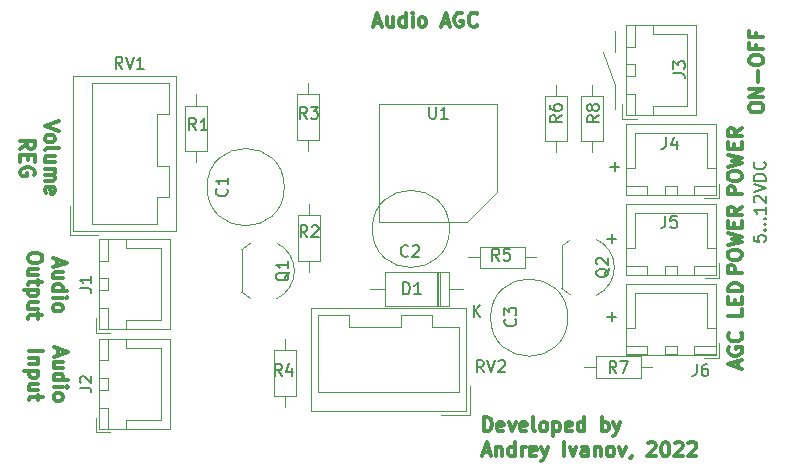
<source format=gbr>
%TF.GenerationSoftware,KiCad,Pcbnew,5.1.12*%
%TF.CreationDate,2021-12-29T22:49:18+01:00*%
%TF.ProjectId,AGC,4147432e-6b69-4636-9164-5f7063625858,rev?*%
%TF.SameCoordinates,Original*%
%TF.FileFunction,Legend,Top*%
%TF.FilePolarity,Positive*%
%FSLAX46Y46*%
G04 Gerber Fmt 4.6, Leading zero omitted, Abs format (unit mm)*
G04 Created by KiCad (PCBNEW 5.1.12) date 2021-12-29 22:49:18*
%MOMM*%
%LPD*%
G01*
G04 APERTURE LIST*
%ADD10C,0.150000*%
%ADD11C,0.300000*%
%ADD12C,0.120000*%
G04 APERTURE END LIST*
D10*
X150709380Y-106235142D02*
X150709380Y-106711333D01*
X151185571Y-106758952D01*
X151137952Y-106711333D01*
X151090333Y-106616095D01*
X151090333Y-106378000D01*
X151137952Y-106282761D01*
X151185571Y-106235142D01*
X151280809Y-106187523D01*
X151518904Y-106187523D01*
X151614142Y-106235142D01*
X151661761Y-106282761D01*
X151709380Y-106378000D01*
X151709380Y-106616095D01*
X151661761Y-106711333D01*
X151614142Y-106758952D01*
X151614142Y-105758952D02*
X151661761Y-105711333D01*
X151709380Y-105758952D01*
X151661761Y-105806571D01*
X151614142Y-105758952D01*
X151709380Y-105758952D01*
X151614142Y-105282761D02*
X151661761Y-105235142D01*
X151709380Y-105282761D01*
X151661761Y-105330380D01*
X151614142Y-105282761D01*
X151709380Y-105282761D01*
X151614142Y-104806571D02*
X151661761Y-104758952D01*
X151709380Y-104806571D01*
X151661761Y-104854190D01*
X151614142Y-104806571D01*
X151709380Y-104806571D01*
X151709380Y-103806571D02*
X151709380Y-104378000D01*
X151709380Y-104092285D02*
X150709380Y-104092285D01*
X150852238Y-104187523D01*
X150947476Y-104282761D01*
X150995095Y-104378000D01*
X150804619Y-103425619D02*
X150757000Y-103378000D01*
X150709380Y-103282761D01*
X150709380Y-103044666D01*
X150757000Y-102949428D01*
X150804619Y-102901809D01*
X150899857Y-102854190D01*
X150995095Y-102854190D01*
X151137952Y-102901809D01*
X151709380Y-103473238D01*
X151709380Y-102854190D01*
X150709380Y-102568476D02*
X151709380Y-102235142D01*
X150709380Y-101901809D01*
X151709380Y-101568476D02*
X150709380Y-101568476D01*
X150709380Y-101330380D01*
X150757000Y-101187523D01*
X150852238Y-101092285D01*
X150947476Y-101044666D01*
X151137952Y-100997047D01*
X151280809Y-100997047D01*
X151471285Y-101044666D01*
X151566523Y-101092285D01*
X151661761Y-101187523D01*
X151709380Y-101330380D01*
X151709380Y-101568476D01*
X151614142Y-99997047D02*
X151661761Y-100044666D01*
X151709380Y-100187523D01*
X151709380Y-100282761D01*
X151661761Y-100425619D01*
X151566523Y-100520857D01*
X151471285Y-100568476D01*
X151280809Y-100616095D01*
X151137952Y-100616095D01*
X150947476Y-100568476D01*
X150852238Y-100520857D01*
X150757000Y-100425619D01*
X150709380Y-100282761D01*
X150709380Y-100187523D01*
X150757000Y-100044666D01*
X150804619Y-99997047D01*
D11*
X118564571Y-88211000D02*
X119136000Y-88211000D01*
X118450285Y-88553857D02*
X118850285Y-87353857D01*
X119250285Y-88553857D01*
X120164571Y-87753857D02*
X120164571Y-88553857D01*
X119650285Y-87753857D02*
X119650285Y-88382428D01*
X119707428Y-88496714D01*
X119821714Y-88553857D01*
X119993142Y-88553857D01*
X120107428Y-88496714D01*
X120164571Y-88439571D01*
X121250285Y-88553857D02*
X121250285Y-87353857D01*
X121250285Y-88496714D02*
X121136000Y-88553857D01*
X120907428Y-88553857D01*
X120793142Y-88496714D01*
X120736000Y-88439571D01*
X120678857Y-88325285D01*
X120678857Y-87982428D01*
X120736000Y-87868142D01*
X120793142Y-87811000D01*
X120907428Y-87753857D01*
X121136000Y-87753857D01*
X121250285Y-87811000D01*
X121821714Y-88553857D02*
X121821714Y-87753857D01*
X121821714Y-87353857D02*
X121764571Y-87411000D01*
X121821714Y-87468142D01*
X121878857Y-87411000D01*
X121821714Y-87353857D01*
X121821714Y-87468142D01*
X122564571Y-88553857D02*
X122450285Y-88496714D01*
X122393142Y-88439571D01*
X122336000Y-88325285D01*
X122336000Y-87982428D01*
X122393142Y-87868142D01*
X122450285Y-87811000D01*
X122564571Y-87753857D01*
X122736000Y-87753857D01*
X122850285Y-87811000D01*
X122907428Y-87868142D01*
X122964571Y-87982428D01*
X122964571Y-88325285D01*
X122907428Y-88439571D01*
X122850285Y-88496714D01*
X122736000Y-88553857D01*
X122564571Y-88553857D01*
X124336000Y-88211000D02*
X124907428Y-88211000D01*
X124221714Y-88553857D02*
X124621714Y-87353857D01*
X125021714Y-88553857D01*
X126050285Y-87411000D02*
X125936000Y-87353857D01*
X125764571Y-87353857D01*
X125593142Y-87411000D01*
X125478857Y-87525285D01*
X125421714Y-87639571D01*
X125364571Y-87868142D01*
X125364571Y-88039571D01*
X125421714Y-88268142D01*
X125478857Y-88382428D01*
X125593142Y-88496714D01*
X125764571Y-88553857D01*
X125878857Y-88553857D01*
X126050285Y-88496714D01*
X126107428Y-88439571D01*
X126107428Y-88039571D01*
X125878857Y-88039571D01*
X127307428Y-88439571D02*
X127250285Y-88496714D01*
X127078857Y-88553857D01*
X126964571Y-88553857D01*
X126793142Y-88496714D01*
X126678857Y-88382428D01*
X126621714Y-88268142D01*
X126564571Y-88039571D01*
X126564571Y-87868142D01*
X126621714Y-87639571D01*
X126678857Y-87525285D01*
X126793142Y-87411000D01*
X126964571Y-87353857D01*
X127078857Y-87353857D01*
X127250285Y-87411000D01*
X127307428Y-87468142D01*
X127861714Y-122809857D02*
X127861714Y-121609857D01*
X128147428Y-121609857D01*
X128318857Y-121667000D01*
X128433142Y-121781285D01*
X128490285Y-121895571D01*
X128547428Y-122124142D01*
X128547428Y-122295571D01*
X128490285Y-122524142D01*
X128433142Y-122638428D01*
X128318857Y-122752714D01*
X128147428Y-122809857D01*
X127861714Y-122809857D01*
X129518857Y-122752714D02*
X129404571Y-122809857D01*
X129176000Y-122809857D01*
X129061714Y-122752714D01*
X129004571Y-122638428D01*
X129004571Y-122181285D01*
X129061714Y-122067000D01*
X129176000Y-122009857D01*
X129404571Y-122009857D01*
X129518857Y-122067000D01*
X129576000Y-122181285D01*
X129576000Y-122295571D01*
X129004571Y-122409857D01*
X129976000Y-122009857D02*
X130261714Y-122809857D01*
X130547428Y-122009857D01*
X131461714Y-122752714D02*
X131347428Y-122809857D01*
X131118857Y-122809857D01*
X131004571Y-122752714D01*
X130947428Y-122638428D01*
X130947428Y-122181285D01*
X131004571Y-122067000D01*
X131118857Y-122009857D01*
X131347428Y-122009857D01*
X131461714Y-122067000D01*
X131518857Y-122181285D01*
X131518857Y-122295571D01*
X130947428Y-122409857D01*
X132204571Y-122809857D02*
X132090285Y-122752714D01*
X132033142Y-122638428D01*
X132033142Y-121609857D01*
X132833142Y-122809857D02*
X132718857Y-122752714D01*
X132661714Y-122695571D01*
X132604571Y-122581285D01*
X132604571Y-122238428D01*
X132661714Y-122124142D01*
X132718857Y-122067000D01*
X132833142Y-122009857D01*
X133004571Y-122009857D01*
X133118857Y-122067000D01*
X133176000Y-122124142D01*
X133233142Y-122238428D01*
X133233142Y-122581285D01*
X133176000Y-122695571D01*
X133118857Y-122752714D01*
X133004571Y-122809857D01*
X132833142Y-122809857D01*
X133747428Y-122009857D02*
X133747428Y-123209857D01*
X133747428Y-122067000D02*
X133861714Y-122009857D01*
X134090285Y-122009857D01*
X134204571Y-122067000D01*
X134261714Y-122124142D01*
X134318857Y-122238428D01*
X134318857Y-122581285D01*
X134261714Y-122695571D01*
X134204571Y-122752714D01*
X134090285Y-122809857D01*
X133861714Y-122809857D01*
X133747428Y-122752714D01*
X135290285Y-122752714D02*
X135176000Y-122809857D01*
X134947428Y-122809857D01*
X134833142Y-122752714D01*
X134776000Y-122638428D01*
X134776000Y-122181285D01*
X134833142Y-122067000D01*
X134947428Y-122009857D01*
X135176000Y-122009857D01*
X135290285Y-122067000D01*
X135347428Y-122181285D01*
X135347428Y-122295571D01*
X134776000Y-122409857D01*
X136376000Y-122809857D02*
X136376000Y-121609857D01*
X136376000Y-122752714D02*
X136261714Y-122809857D01*
X136033142Y-122809857D01*
X135918857Y-122752714D01*
X135861714Y-122695571D01*
X135804571Y-122581285D01*
X135804571Y-122238428D01*
X135861714Y-122124142D01*
X135918857Y-122067000D01*
X136033142Y-122009857D01*
X136261714Y-122009857D01*
X136376000Y-122067000D01*
X137861714Y-122809857D02*
X137861714Y-121609857D01*
X137861714Y-122067000D02*
X137976000Y-122009857D01*
X138204571Y-122009857D01*
X138318857Y-122067000D01*
X138376000Y-122124142D01*
X138433142Y-122238428D01*
X138433142Y-122581285D01*
X138376000Y-122695571D01*
X138318857Y-122752714D01*
X138204571Y-122809857D01*
X137976000Y-122809857D01*
X137861714Y-122752714D01*
X138833142Y-122009857D02*
X139118857Y-122809857D01*
X139404571Y-122009857D02*
X139118857Y-122809857D01*
X139004571Y-123095571D01*
X138947428Y-123152714D01*
X138833142Y-123209857D01*
X127804571Y-124567000D02*
X128376000Y-124567000D01*
X127690285Y-124909857D02*
X128090285Y-123709857D01*
X128490285Y-124909857D01*
X128890285Y-124109857D02*
X128890285Y-124909857D01*
X128890285Y-124224142D02*
X128947428Y-124167000D01*
X129061714Y-124109857D01*
X129233142Y-124109857D01*
X129347428Y-124167000D01*
X129404571Y-124281285D01*
X129404571Y-124909857D01*
X130490285Y-124909857D02*
X130490285Y-123709857D01*
X130490285Y-124852714D02*
X130376000Y-124909857D01*
X130147428Y-124909857D01*
X130033142Y-124852714D01*
X129976000Y-124795571D01*
X129918857Y-124681285D01*
X129918857Y-124338428D01*
X129976000Y-124224142D01*
X130033142Y-124167000D01*
X130147428Y-124109857D01*
X130376000Y-124109857D01*
X130490285Y-124167000D01*
X131061714Y-124909857D02*
X131061714Y-124109857D01*
X131061714Y-124338428D02*
X131118857Y-124224142D01*
X131176000Y-124167000D01*
X131290285Y-124109857D01*
X131404571Y-124109857D01*
X132261714Y-124852714D02*
X132147428Y-124909857D01*
X131918857Y-124909857D01*
X131804571Y-124852714D01*
X131747428Y-124738428D01*
X131747428Y-124281285D01*
X131804571Y-124167000D01*
X131918857Y-124109857D01*
X132147428Y-124109857D01*
X132261714Y-124167000D01*
X132318857Y-124281285D01*
X132318857Y-124395571D01*
X131747428Y-124509857D01*
X132718857Y-124109857D02*
X133004571Y-124909857D01*
X133290285Y-124109857D02*
X133004571Y-124909857D01*
X132890285Y-125195571D01*
X132833142Y-125252714D01*
X132718857Y-125309857D01*
X134661714Y-124909857D02*
X134661714Y-123709857D01*
X135118857Y-124109857D02*
X135404571Y-124909857D01*
X135690285Y-124109857D01*
X136661714Y-124909857D02*
X136661714Y-124281285D01*
X136604571Y-124167000D01*
X136490285Y-124109857D01*
X136261714Y-124109857D01*
X136147428Y-124167000D01*
X136661714Y-124852714D02*
X136547428Y-124909857D01*
X136261714Y-124909857D01*
X136147428Y-124852714D01*
X136090285Y-124738428D01*
X136090285Y-124624142D01*
X136147428Y-124509857D01*
X136261714Y-124452714D01*
X136547428Y-124452714D01*
X136661714Y-124395571D01*
X137233142Y-124109857D02*
X137233142Y-124909857D01*
X137233142Y-124224142D02*
X137290285Y-124167000D01*
X137404571Y-124109857D01*
X137576000Y-124109857D01*
X137690285Y-124167000D01*
X137747428Y-124281285D01*
X137747428Y-124909857D01*
X138490285Y-124909857D02*
X138376000Y-124852714D01*
X138318857Y-124795571D01*
X138261714Y-124681285D01*
X138261714Y-124338428D01*
X138318857Y-124224142D01*
X138376000Y-124167000D01*
X138490285Y-124109857D01*
X138661714Y-124109857D01*
X138776000Y-124167000D01*
X138833142Y-124224142D01*
X138890285Y-124338428D01*
X138890285Y-124681285D01*
X138833142Y-124795571D01*
X138776000Y-124852714D01*
X138661714Y-124909857D01*
X138490285Y-124909857D01*
X139290285Y-124109857D02*
X139576000Y-124909857D01*
X139861714Y-124109857D01*
X140376000Y-124852714D02*
X140376000Y-124909857D01*
X140318857Y-125024142D01*
X140261714Y-125081285D01*
X141747428Y-123824142D02*
X141804571Y-123767000D01*
X141918857Y-123709857D01*
X142204571Y-123709857D01*
X142318857Y-123767000D01*
X142376000Y-123824142D01*
X142433142Y-123938428D01*
X142433142Y-124052714D01*
X142376000Y-124224142D01*
X141690285Y-124909857D01*
X142433142Y-124909857D01*
X143176000Y-123709857D02*
X143290285Y-123709857D01*
X143404571Y-123767000D01*
X143461714Y-123824142D01*
X143518857Y-123938428D01*
X143576000Y-124167000D01*
X143576000Y-124452714D01*
X143518857Y-124681285D01*
X143461714Y-124795571D01*
X143404571Y-124852714D01*
X143290285Y-124909857D01*
X143176000Y-124909857D01*
X143061714Y-124852714D01*
X143004571Y-124795571D01*
X142947428Y-124681285D01*
X142890285Y-124452714D01*
X142890285Y-124167000D01*
X142947428Y-123938428D01*
X143004571Y-123824142D01*
X143061714Y-123767000D01*
X143176000Y-123709857D01*
X144033142Y-123824142D02*
X144090285Y-123767000D01*
X144204571Y-123709857D01*
X144490285Y-123709857D01*
X144604571Y-123767000D01*
X144661714Y-123824142D01*
X144718857Y-123938428D01*
X144718857Y-124052714D01*
X144661714Y-124224142D01*
X143976000Y-124909857D01*
X144718857Y-124909857D01*
X145176000Y-123824142D02*
X145233142Y-123767000D01*
X145347428Y-123709857D01*
X145633142Y-123709857D01*
X145747428Y-123767000D01*
X145804571Y-123824142D01*
X145861714Y-123938428D01*
X145861714Y-124052714D01*
X145804571Y-124224142D01*
X145118857Y-124909857D01*
X145861714Y-124909857D01*
D12*
X138938000Y-90678000D02*
X138938000Y-88900000D01*
X138938000Y-93472000D02*
X137922000Y-90678000D01*
X138938000Y-95504000D02*
X138938000Y-93472000D01*
D10*
X138557047Y-100401428D02*
X139318952Y-100401428D01*
X138938000Y-100782380D02*
X138938000Y-100020476D01*
X138303047Y-106497428D02*
X139064952Y-106497428D01*
X138684000Y-106878380D02*
X138684000Y-106116476D01*
X138303047Y-113101428D02*
X139064952Y-113101428D01*
X138684000Y-113482380D02*
X138684000Y-112720476D01*
D11*
X150320457Y-95497257D02*
X150320457Y-95268685D01*
X150377600Y-95154400D01*
X150491885Y-95040114D01*
X150720457Y-94982971D01*
X151120457Y-94982971D01*
X151349028Y-95040114D01*
X151463314Y-95154400D01*
X151520457Y-95268685D01*
X151520457Y-95497257D01*
X151463314Y-95611542D01*
X151349028Y-95725828D01*
X151120457Y-95782971D01*
X150720457Y-95782971D01*
X150491885Y-95725828D01*
X150377600Y-95611542D01*
X150320457Y-95497257D01*
X151520457Y-94468685D02*
X150320457Y-94468685D01*
X151520457Y-93782971D01*
X150320457Y-93782971D01*
X151063314Y-93211542D02*
X151063314Y-92297257D01*
X150320457Y-91497257D02*
X150320457Y-91268685D01*
X150377600Y-91154400D01*
X150491885Y-91040114D01*
X150720457Y-90982971D01*
X151120457Y-90982971D01*
X151349028Y-91040114D01*
X151463314Y-91154400D01*
X151520457Y-91268685D01*
X151520457Y-91497257D01*
X151463314Y-91611542D01*
X151349028Y-91725828D01*
X151120457Y-91782971D01*
X150720457Y-91782971D01*
X150491885Y-91725828D01*
X150377600Y-91611542D01*
X150320457Y-91497257D01*
X150891885Y-90068685D02*
X150891885Y-90468685D01*
X151520457Y-90468685D02*
X150320457Y-90468685D01*
X150320457Y-89897257D01*
X150891885Y-89040114D02*
X150891885Y-89440114D01*
X151520457Y-89440114D02*
X150320457Y-89440114D01*
X150320457Y-88868685D01*
X149691657Y-102745828D02*
X148491657Y-102745828D01*
X148491657Y-102288685D01*
X148548800Y-102174400D01*
X148605942Y-102117257D01*
X148720228Y-102060114D01*
X148891657Y-102060114D01*
X149005942Y-102117257D01*
X149063085Y-102174400D01*
X149120228Y-102288685D01*
X149120228Y-102745828D01*
X148491657Y-101317257D02*
X148491657Y-101088685D01*
X148548800Y-100974400D01*
X148663085Y-100860114D01*
X148891657Y-100802971D01*
X149291657Y-100802971D01*
X149520228Y-100860114D01*
X149634514Y-100974400D01*
X149691657Y-101088685D01*
X149691657Y-101317257D01*
X149634514Y-101431542D01*
X149520228Y-101545828D01*
X149291657Y-101602971D01*
X148891657Y-101602971D01*
X148663085Y-101545828D01*
X148548800Y-101431542D01*
X148491657Y-101317257D01*
X148491657Y-100402971D02*
X149691657Y-100117257D01*
X148834514Y-99888685D01*
X149691657Y-99660114D01*
X148491657Y-99374400D01*
X149063085Y-98917257D02*
X149063085Y-98517257D01*
X149691657Y-98345828D02*
X149691657Y-98917257D01*
X148491657Y-98917257D01*
X148491657Y-98345828D01*
X149691657Y-97145828D02*
X149120228Y-97545828D01*
X149691657Y-97831542D02*
X148491657Y-97831542D01*
X148491657Y-97374400D01*
X148548800Y-97260114D01*
X148605942Y-97202971D01*
X148720228Y-97145828D01*
X148891657Y-97145828D01*
X149005942Y-97202971D01*
X149063085Y-97260114D01*
X149120228Y-97374400D01*
X149120228Y-97831542D01*
X149691657Y-109400628D02*
X148491657Y-109400628D01*
X148491657Y-108943485D01*
X148548800Y-108829200D01*
X148605942Y-108772057D01*
X148720228Y-108714914D01*
X148891657Y-108714914D01*
X149005942Y-108772057D01*
X149063085Y-108829200D01*
X149120228Y-108943485D01*
X149120228Y-109400628D01*
X148491657Y-107972057D02*
X148491657Y-107743485D01*
X148548800Y-107629200D01*
X148663085Y-107514914D01*
X148891657Y-107457771D01*
X149291657Y-107457771D01*
X149520228Y-107514914D01*
X149634514Y-107629200D01*
X149691657Y-107743485D01*
X149691657Y-107972057D01*
X149634514Y-108086342D01*
X149520228Y-108200628D01*
X149291657Y-108257771D01*
X148891657Y-108257771D01*
X148663085Y-108200628D01*
X148548800Y-108086342D01*
X148491657Y-107972057D01*
X148491657Y-107057771D02*
X149691657Y-106772057D01*
X148834514Y-106543485D01*
X149691657Y-106314914D01*
X148491657Y-106029200D01*
X149063085Y-105572057D02*
X149063085Y-105172057D01*
X149691657Y-105000628D02*
X149691657Y-105572057D01*
X148491657Y-105572057D01*
X148491657Y-105000628D01*
X149691657Y-103800628D02*
X149120228Y-104200628D01*
X149691657Y-104486342D02*
X148491657Y-104486342D01*
X148491657Y-104029200D01*
X148548800Y-103914914D01*
X148605942Y-103857771D01*
X148720228Y-103800628D01*
X148891657Y-103800628D01*
X149005942Y-103857771D01*
X149063085Y-103914914D01*
X149120228Y-104029200D01*
X149120228Y-104486342D01*
X149399600Y-117414228D02*
X149399600Y-116842800D01*
X149742457Y-117528514D02*
X148542457Y-117128514D01*
X149742457Y-116728514D01*
X148599600Y-115699942D02*
X148542457Y-115814228D01*
X148542457Y-115985657D01*
X148599600Y-116157085D01*
X148713885Y-116271371D01*
X148828171Y-116328514D01*
X149056742Y-116385657D01*
X149228171Y-116385657D01*
X149456742Y-116328514D01*
X149571028Y-116271371D01*
X149685314Y-116157085D01*
X149742457Y-115985657D01*
X149742457Y-115871371D01*
X149685314Y-115699942D01*
X149628171Y-115642800D01*
X149228171Y-115642800D01*
X149228171Y-115871371D01*
X149628171Y-114442800D02*
X149685314Y-114499942D01*
X149742457Y-114671371D01*
X149742457Y-114785657D01*
X149685314Y-114957085D01*
X149571028Y-115071371D01*
X149456742Y-115128514D01*
X149228171Y-115185657D01*
X149056742Y-115185657D01*
X148828171Y-115128514D01*
X148713885Y-115071371D01*
X148599600Y-114957085D01*
X148542457Y-114785657D01*
X148542457Y-114671371D01*
X148599600Y-114499942D01*
X148656742Y-114442800D01*
X149742457Y-112442800D02*
X149742457Y-113014228D01*
X148542457Y-113014228D01*
X149113885Y-112042800D02*
X149113885Y-111642800D01*
X149742457Y-111471371D02*
X149742457Y-112042800D01*
X148542457Y-112042800D01*
X148542457Y-111471371D01*
X149742457Y-110957085D02*
X148542457Y-110957085D01*
X148542457Y-110671371D01*
X148599600Y-110499942D01*
X148713885Y-110385657D01*
X148828171Y-110328514D01*
X149056742Y-110271371D01*
X149228171Y-110271371D01*
X149456742Y-110328514D01*
X149571028Y-110385657D01*
X149685314Y-110499942D01*
X149742457Y-110671371D01*
X149742457Y-110957085D01*
X91927942Y-96555314D02*
X90727942Y-96955314D01*
X91927942Y-97355314D01*
X90727942Y-97926742D02*
X90785085Y-97812457D01*
X90842228Y-97755314D01*
X90956514Y-97698171D01*
X91299371Y-97698171D01*
X91413657Y-97755314D01*
X91470800Y-97812457D01*
X91527942Y-97926742D01*
X91527942Y-98098171D01*
X91470800Y-98212457D01*
X91413657Y-98269600D01*
X91299371Y-98326742D01*
X90956514Y-98326742D01*
X90842228Y-98269600D01*
X90785085Y-98212457D01*
X90727942Y-98098171D01*
X90727942Y-97926742D01*
X90727942Y-99012457D02*
X90785085Y-98898171D01*
X90899371Y-98841028D01*
X91927942Y-98841028D01*
X91527942Y-99983885D02*
X90727942Y-99983885D01*
X91527942Y-99469600D02*
X90899371Y-99469600D01*
X90785085Y-99526742D01*
X90727942Y-99641028D01*
X90727942Y-99812457D01*
X90785085Y-99926742D01*
X90842228Y-99983885D01*
X90727942Y-100555314D02*
X91527942Y-100555314D01*
X91413657Y-100555314D02*
X91470800Y-100612457D01*
X91527942Y-100726742D01*
X91527942Y-100898171D01*
X91470800Y-101012457D01*
X91356514Y-101069600D01*
X90727942Y-101069600D01*
X91356514Y-101069600D02*
X91470800Y-101126742D01*
X91527942Y-101241028D01*
X91527942Y-101412457D01*
X91470800Y-101526742D01*
X91356514Y-101583885D01*
X90727942Y-101583885D01*
X90785085Y-102612457D02*
X90727942Y-102498171D01*
X90727942Y-102269600D01*
X90785085Y-102155314D01*
X90899371Y-102098171D01*
X91356514Y-102098171D01*
X91470800Y-102155314D01*
X91527942Y-102269600D01*
X91527942Y-102498171D01*
X91470800Y-102612457D01*
X91356514Y-102669600D01*
X91242228Y-102669600D01*
X91127942Y-102098171D01*
X88627942Y-98898171D02*
X89199371Y-98498171D01*
X88627942Y-98212457D02*
X89827942Y-98212457D01*
X89827942Y-98669600D01*
X89770800Y-98783885D01*
X89713657Y-98841028D01*
X89599371Y-98898171D01*
X89427942Y-98898171D01*
X89313657Y-98841028D01*
X89256514Y-98783885D01*
X89199371Y-98669600D01*
X89199371Y-98212457D01*
X89256514Y-99412457D02*
X89256514Y-99812457D01*
X88627942Y-99983885D02*
X88627942Y-99412457D01*
X89827942Y-99412457D01*
X89827942Y-99983885D01*
X89770800Y-101126742D02*
X89827942Y-101012457D01*
X89827942Y-100841028D01*
X89770800Y-100669600D01*
X89656514Y-100555314D01*
X89542228Y-100498171D01*
X89313657Y-100441028D01*
X89142228Y-100441028D01*
X88913657Y-100498171D01*
X88799371Y-100555314D01*
X88685085Y-100669600D01*
X88627942Y-100841028D01*
X88627942Y-100955314D01*
X88685085Y-101126742D01*
X88742228Y-101183885D01*
X89142228Y-101183885D01*
X89142228Y-100955314D01*
X91782000Y-115808400D02*
X91782000Y-116379828D01*
X91439142Y-115694114D02*
X92639142Y-116094114D01*
X91439142Y-116494114D01*
X92239142Y-117408400D02*
X91439142Y-117408400D01*
X92239142Y-116894114D02*
X91610571Y-116894114D01*
X91496285Y-116951257D01*
X91439142Y-117065542D01*
X91439142Y-117236971D01*
X91496285Y-117351257D01*
X91553428Y-117408400D01*
X91439142Y-118494114D02*
X92639142Y-118494114D01*
X91496285Y-118494114D02*
X91439142Y-118379828D01*
X91439142Y-118151257D01*
X91496285Y-118036971D01*
X91553428Y-117979828D01*
X91667714Y-117922685D01*
X92010571Y-117922685D01*
X92124857Y-117979828D01*
X92182000Y-118036971D01*
X92239142Y-118151257D01*
X92239142Y-118379828D01*
X92182000Y-118494114D01*
X91439142Y-119065542D02*
X92239142Y-119065542D01*
X92639142Y-119065542D02*
X92582000Y-119008400D01*
X92524857Y-119065542D01*
X92582000Y-119122685D01*
X92639142Y-119065542D01*
X92524857Y-119065542D01*
X91439142Y-119808400D02*
X91496285Y-119694114D01*
X91553428Y-119636971D01*
X91667714Y-119579828D01*
X92010571Y-119579828D01*
X92124857Y-119636971D01*
X92182000Y-119694114D01*
X92239142Y-119808400D01*
X92239142Y-119979828D01*
X92182000Y-120094114D01*
X92124857Y-120151257D01*
X92010571Y-120208400D01*
X91667714Y-120208400D01*
X91553428Y-120151257D01*
X91496285Y-120094114D01*
X91439142Y-119979828D01*
X91439142Y-119808400D01*
X89339142Y-116036971D02*
X90539142Y-116036971D01*
X90139142Y-116608400D02*
X89339142Y-116608400D01*
X90024857Y-116608400D02*
X90082000Y-116665542D01*
X90139142Y-116779828D01*
X90139142Y-116951257D01*
X90082000Y-117065542D01*
X89967714Y-117122685D01*
X89339142Y-117122685D01*
X90139142Y-117694114D02*
X88939142Y-117694114D01*
X90082000Y-117694114D02*
X90139142Y-117808400D01*
X90139142Y-118036971D01*
X90082000Y-118151257D01*
X90024857Y-118208400D01*
X89910571Y-118265542D01*
X89567714Y-118265542D01*
X89453428Y-118208400D01*
X89396285Y-118151257D01*
X89339142Y-118036971D01*
X89339142Y-117808400D01*
X89396285Y-117694114D01*
X90139142Y-119294114D02*
X89339142Y-119294114D01*
X90139142Y-118779828D02*
X89510571Y-118779828D01*
X89396285Y-118836971D01*
X89339142Y-118951257D01*
X89339142Y-119122685D01*
X89396285Y-119236971D01*
X89453428Y-119294114D01*
X90139142Y-119694114D02*
X90139142Y-120151257D01*
X90539142Y-119865542D02*
X89510571Y-119865542D01*
X89396285Y-119922685D01*
X89339142Y-120036971D01*
X89339142Y-120151257D01*
X91731200Y-108239200D02*
X91731200Y-108810628D01*
X91388342Y-108124914D02*
X92588342Y-108524914D01*
X91388342Y-108924914D01*
X92188342Y-109839200D02*
X91388342Y-109839200D01*
X92188342Y-109324914D02*
X91559771Y-109324914D01*
X91445485Y-109382057D01*
X91388342Y-109496342D01*
X91388342Y-109667771D01*
X91445485Y-109782057D01*
X91502628Y-109839200D01*
X91388342Y-110924914D02*
X92588342Y-110924914D01*
X91445485Y-110924914D02*
X91388342Y-110810628D01*
X91388342Y-110582057D01*
X91445485Y-110467771D01*
X91502628Y-110410628D01*
X91616914Y-110353485D01*
X91959771Y-110353485D01*
X92074057Y-110410628D01*
X92131200Y-110467771D01*
X92188342Y-110582057D01*
X92188342Y-110810628D01*
X92131200Y-110924914D01*
X91388342Y-111496342D02*
X92188342Y-111496342D01*
X92588342Y-111496342D02*
X92531200Y-111439200D01*
X92474057Y-111496342D01*
X92531200Y-111553485D01*
X92588342Y-111496342D01*
X92474057Y-111496342D01*
X91388342Y-112239200D02*
X91445485Y-112124914D01*
X91502628Y-112067771D01*
X91616914Y-112010628D01*
X91959771Y-112010628D01*
X92074057Y-112067771D01*
X92131200Y-112124914D01*
X92188342Y-112239200D01*
X92188342Y-112410628D01*
X92131200Y-112524914D01*
X92074057Y-112582057D01*
X91959771Y-112639200D01*
X91616914Y-112639200D01*
X91502628Y-112582057D01*
X91445485Y-112524914D01*
X91388342Y-112410628D01*
X91388342Y-112239200D01*
X90488342Y-108010628D02*
X90488342Y-108239200D01*
X90431200Y-108353485D01*
X90316914Y-108467771D01*
X90088342Y-108524914D01*
X89688342Y-108524914D01*
X89459771Y-108467771D01*
X89345485Y-108353485D01*
X89288342Y-108239200D01*
X89288342Y-108010628D01*
X89345485Y-107896342D01*
X89459771Y-107782057D01*
X89688342Y-107724914D01*
X90088342Y-107724914D01*
X90316914Y-107782057D01*
X90431200Y-107896342D01*
X90488342Y-108010628D01*
X90088342Y-109553485D02*
X89288342Y-109553485D01*
X90088342Y-109039200D02*
X89459771Y-109039200D01*
X89345485Y-109096342D01*
X89288342Y-109210628D01*
X89288342Y-109382057D01*
X89345485Y-109496342D01*
X89402628Y-109553485D01*
X90088342Y-109953485D02*
X90088342Y-110410628D01*
X90488342Y-110124914D02*
X89459771Y-110124914D01*
X89345485Y-110182057D01*
X89288342Y-110296342D01*
X89288342Y-110410628D01*
X90088342Y-110810628D02*
X88888342Y-110810628D01*
X90031200Y-110810628D02*
X90088342Y-110924914D01*
X90088342Y-111153485D01*
X90031200Y-111267771D01*
X89974057Y-111324914D01*
X89859771Y-111382057D01*
X89516914Y-111382057D01*
X89402628Y-111324914D01*
X89345485Y-111267771D01*
X89288342Y-111153485D01*
X89288342Y-110924914D01*
X89345485Y-110810628D01*
X90088342Y-112410628D02*
X89288342Y-112410628D01*
X90088342Y-111896342D02*
X89459771Y-111896342D01*
X89345485Y-111953485D01*
X89288342Y-112067771D01*
X89288342Y-112239200D01*
X89345485Y-112353485D01*
X89402628Y-112410628D01*
X90088342Y-112810628D02*
X90088342Y-113267771D01*
X90488342Y-112982057D02*
X89459771Y-112982057D01*
X89345485Y-113039200D01*
X89288342Y-113153485D01*
X89288342Y-113267771D01*
D12*
%TO.C,J5*%
X147793200Y-109836400D02*
X147793200Y-108586400D01*
X146543200Y-109836400D02*
X147793200Y-109836400D01*
X140643200Y-104336400D02*
X143693200Y-104336400D01*
X140643200Y-107286400D02*
X140643200Y-104336400D01*
X139893200Y-107286400D02*
X140643200Y-107286400D01*
X146743200Y-104336400D02*
X143693200Y-104336400D01*
X146743200Y-107286400D02*
X146743200Y-104336400D01*
X147493200Y-107286400D02*
X146743200Y-107286400D01*
X139893200Y-109536400D02*
X141693200Y-109536400D01*
X139893200Y-108786400D02*
X139893200Y-109536400D01*
X141693200Y-108786400D02*
X139893200Y-108786400D01*
X141693200Y-109536400D02*
X141693200Y-108786400D01*
X145693200Y-109536400D02*
X147493200Y-109536400D01*
X145693200Y-108786400D02*
X145693200Y-109536400D01*
X147493200Y-108786400D02*
X145693200Y-108786400D01*
X147493200Y-109536400D02*
X147493200Y-108786400D01*
X143193200Y-109536400D02*
X144193200Y-109536400D01*
X143193200Y-108786400D02*
X143193200Y-109536400D01*
X144193200Y-108786400D02*
X143193200Y-108786400D01*
X144193200Y-109536400D02*
X144193200Y-108786400D01*
X139883200Y-109546400D02*
X147503200Y-109546400D01*
X139883200Y-103576400D02*
X139883200Y-109546400D01*
X147503200Y-103576400D02*
X139883200Y-103576400D01*
X147503200Y-109546400D02*
X147503200Y-103576400D01*
%TO.C,J4*%
X147782400Y-103080000D02*
X147782400Y-101830000D01*
X146532400Y-103080000D02*
X147782400Y-103080000D01*
X140632400Y-97580000D02*
X143682400Y-97580000D01*
X140632400Y-100530000D02*
X140632400Y-97580000D01*
X139882400Y-100530000D02*
X140632400Y-100530000D01*
X146732400Y-97580000D02*
X143682400Y-97580000D01*
X146732400Y-100530000D02*
X146732400Y-97580000D01*
X147482400Y-100530000D02*
X146732400Y-100530000D01*
X139882400Y-102780000D02*
X141682400Y-102780000D01*
X139882400Y-102030000D02*
X139882400Y-102780000D01*
X141682400Y-102030000D02*
X139882400Y-102030000D01*
X141682400Y-102780000D02*
X141682400Y-102030000D01*
X145682400Y-102780000D02*
X147482400Y-102780000D01*
X145682400Y-102030000D02*
X145682400Y-102780000D01*
X147482400Y-102030000D02*
X145682400Y-102030000D01*
X147482400Y-102780000D02*
X147482400Y-102030000D01*
X143182400Y-102780000D02*
X144182400Y-102780000D01*
X143182400Y-102030000D02*
X143182400Y-102780000D01*
X144182400Y-102030000D02*
X143182400Y-102030000D01*
X144182400Y-102780000D02*
X144182400Y-102030000D01*
X139872400Y-102790000D02*
X147492400Y-102790000D01*
X139872400Y-96820000D02*
X139872400Y-102790000D01*
X147492400Y-96820000D02*
X139872400Y-96820000D01*
X147492400Y-102790000D02*
X147492400Y-96820000D01*
%TO.C,J6*%
X147782400Y-116592800D02*
X147782400Y-115342800D01*
X146532400Y-116592800D02*
X147782400Y-116592800D01*
X140632400Y-111092800D02*
X143682400Y-111092800D01*
X140632400Y-114042800D02*
X140632400Y-111092800D01*
X139882400Y-114042800D02*
X140632400Y-114042800D01*
X146732400Y-111092800D02*
X143682400Y-111092800D01*
X146732400Y-114042800D02*
X146732400Y-111092800D01*
X147482400Y-114042800D02*
X146732400Y-114042800D01*
X139882400Y-116292800D02*
X141682400Y-116292800D01*
X139882400Y-115542800D02*
X139882400Y-116292800D01*
X141682400Y-115542800D02*
X139882400Y-115542800D01*
X141682400Y-116292800D02*
X141682400Y-115542800D01*
X145682400Y-116292800D02*
X147482400Y-116292800D01*
X145682400Y-115542800D02*
X145682400Y-116292800D01*
X147482400Y-115542800D02*
X145682400Y-115542800D01*
X147482400Y-116292800D02*
X147482400Y-115542800D01*
X143182400Y-116292800D02*
X144182400Y-116292800D01*
X143182400Y-115542800D02*
X143182400Y-116292800D01*
X144182400Y-115542800D02*
X143182400Y-115542800D01*
X144182400Y-116292800D02*
X144182400Y-115542800D01*
X139872400Y-116302800D02*
X147492400Y-116302800D01*
X139872400Y-110332800D02*
X139872400Y-116302800D01*
X147492400Y-110332800D02*
X139872400Y-110332800D01*
X147492400Y-116302800D02*
X147492400Y-110332800D01*
%TO.C,J3*%
X139591600Y-96322000D02*
X140841600Y-96322000D01*
X139591600Y-95072000D02*
X139591600Y-96322000D01*
X145091600Y-89172000D02*
X145091600Y-92222000D01*
X142141600Y-89172000D02*
X145091600Y-89172000D01*
X142141600Y-88422000D02*
X142141600Y-89172000D01*
X145091600Y-95272000D02*
X145091600Y-92222000D01*
X142141600Y-95272000D02*
X145091600Y-95272000D01*
X142141600Y-96022000D02*
X142141600Y-95272000D01*
X139891600Y-88422000D02*
X139891600Y-90222000D01*
X140641600Y-88422000D02*
X139891600Y-88422000D01*
X140641600Y-90222000D02*
X140641600Y-88422000D01*
X139891600Y-90222000D02*
X140641600Y-90222000D01*
X139891600Y-94222000D02*
X139891600Y-96022000D01*
X140641600Y-94222000D02*
X139891600Y-94222000D01*
X140641600Y-96022000D02*
X140641600Y-94222000D01*
X139891600Y-96022000D02*
X140641600Y-96022000D01*
X139891600Y-91722000D02*
X139891600Y-92722000D01*
X140641600Y-91722000D02*
X139891600Y-91722000D01*
X140641600Y-92722000D02*
X140641600Y-91722000D01*
X139891600Y-92722000D02*
X140641600Y-92722000D01*
X139881600Y-88412000D02*
X139881600Y-96032000D01*
X145851600Y-88412000D02*
X139881600Y-88412000D01*
X145851600Y-96032000D02*
X145851600Y-88412000D01*
X139881600Y-96032000D02*
X145851600Y-96032000D01*
%TO.C,J2*%
X94989200Y-122890400D02*
X96239200Y-122890400D01*
X94989200Y-121640400D02*
X94989200Y-122890400D01*
X100489200Y-115740400D02*
X100489200Y-118790400D01*
X97539200Y-115740400D02*
X100489200Y-115740400D01*
X97539200Y-114990400D02*
X97539200Y-115740400D01*
X100489200Y-121840400D02*
X100489200Y-118790400D01*
X97539200Y-121840400D02*
X100489200Y-121840400D01*
X97539200Y-122590400D02*
X97539200Y-121840400D01*
X95289200Y-114990400D02*
X95289200Y-116790400D01*
X96039200Y-114990400D02*
X95289200Y-114990400D01*
X96039200Y-116790400D02*
X96039200Y-114990400D01*
X95289200Y-116790400D02*
X96039200Y-116790400D01*
X95289200Y-120790400D02*
X95289200Y-122590400D01*
X96039200Y-120790400D02*
X95289200Y-120790400D01*
X96039200Y-122590400D02*
X96039200Y-120790400D01*
X95289200Y-122590400D02*
X96039200Y-122590400D01*
X95289200Y-118290400D02*
X95289200Y-119290400D01*
X96039200Y-118290400D02*
X95289200Y-118290400D01*
X96039200Y-119290400D02*
X96039200Y-118290400D01*
X95289200Y-119290400D02*
X96039200Y-119290400D01*
X95279200Y-114980400D02*
X95279200Y-122600400D01*
X101249200Y-114980400D02*
X95279200Y-114980400D01*
X101249200Y-122600400D02*
X101249200Y-114980400D01*
X95279200Y-122600400D02*
X101249200Y-122600400D01*
%TO.C,J1*%
X94989200Y-114457600D02*
X96239200Y-114457600D01*
X94989200Y-113207600D02*
X94989200Y-114457600D01*
X100489200Y-107307600D02*
X100489200Y-110357600D01*
X97539200Y-107307600D02*
X100489200Y-107307600D01*
X97539200Y-106557600D02*
X97539200Y-107307600D01*
X100489200Y-113407600D02*
X100489200Y-110357600D01*
X97539200Y-113407600D02*
X100489200Y-113407600D01*
X97539200Y-114157600D02*
X97539200Y-113407600D01*
X95289200Y-106557600D02*
X95289200Y-108357600D01*
X96039200Y-106557600D02*
X95289200Y-106557600D01*
X96039200Y-108357600D02*
X96039200Y-106557600D01*
X95289200Y-108357600D02*
X96039200Y-108357600D01*
X95289200Y-112357600D02*
X95289200Y-114157600D01*
X96039200Y-112357600D02*
X95289200Y-112357600D01*
X96039200Y-114157600D02*
X96039200Y-112357600D01*
X95289200Y-114157600D02*
X96039200Y-114157600D01*
X95289200Y-109857600D02*
X95289200Y-110857600D01*
X96039200Y-109857600D02*
X95289200Y-109857600D01*
X96039200Y-110857600D02*
X96039200Y-109857600D01*
X95289200Y-110857600D02*
X96039200Y-110857600D01*
X95279200Y-106547600D02*
X95279200Y-114167600D01*
X101249200Y-106547600D02*
X95279200Y-106547600D01*
X101249200Y-114167600D02*
X101249200Y-106547600D01*
X95279200Y-114167600D02*
X101249200Y-114167600D01*
%TO.C,Q1*%
X107370000Y-107420000D02*
X107370000Y-111020000D01*
X108097205Y-106895816D02*
G75*
G03*
X107370000Y-107420000I1122795J-2324184D01*
G01*
X110318807Y-106863600D02*
G75*
G02*
X111820000Y-109220000I-1098807J-2356400D01*
G01*
X110318807Y-111576400D02*
G75*
G03*
X111820000Y-109220000I-1098807J2356400D01*
G01*
X108097205Y-111544184D02*
G75*
G02*
X107370000Y-111020000I1122795J2324184D01*
G01*
%TO.C,RV2*%
X126354000Y-121100000D02*
X126354000Y-112380000D01*
X126354000Y-112380000D02*
X113234000Y-112380000D01*
X113234000Y-112380000D02*
X113234000Y-121100000D01*
X113234000Y-121100000D02*
X126354000Y-121100000D01*
X125744000Y-119490000D02*
X125744000Y-113990000D01*
X125744000Y-113990000D02*
X123444000Y-113990000D01*
X123444000Y-113990000D02*
X123444000Y-112990000D01*
X123444000Y-112990000D02*
X120844000Y-112990000D01*
X120844000Y-112990000D02*
X120844000Y-113990000D01*
X120844000Y-113990000D02*
X116444000Y-113990000D01*
X116444000Y-113990000D02*
X116444000Y-112990000D01*
X116444000Y-112990000D02*
X113844000Y-112990000D01*
X113844000Y-112990000D02*
X113844000Y-119490000D01*
X113844000Y-119490000D02*
X125744000Y-119490000D01*
X126654000Y-118990000D02*
X126654000Y-121400000D01*
X126654000Y-121400000D02*
X124244000Y-121400000D01*
%TO.C,C3*%
X134969000Y-113177000D02*
G75*
G03*
X134969000Y-113177000I-3270000J0D01*
G01*
%TO.C,C2*%
X124956000Y-105664000D02*
G75*
G03*
X124956000Y-105664000I-3270000J0D01*
G01*
%TO.C,C1*%
X110966000Y-102128000D02*
G75*
G03*
X110966000Y-102128000I-3270000J0D01*
G01*
%TO.C,D1*%
X124894000Y-112214000D02*
X124894000Y-109274000D01*
X124894000Y-109274000D02*
X119454000Y-109274000D01*
X119454000Y-109274000D02*
X119454000Y-112214000D01*
X119454000Y-112214000D02*
X124894000Y-112214000D01*
X126114000Y-110744000D02*
X124894000Y-110744000D01*
X118234000Y-110744000D02*
X119454000Y-110744000D01*
X123994000Y-112214000D02*
X123994000Y-109274000D01*
X123874000Y-112214000D02*
X123874000Y-109274000D01*
X124114000Y-112214000D02*
X124114000Y-109274000D01*
%TO.C,R1*%
X104425000Y-95235000D02*
X102585000Y-95235000D01*
X102585000Y-95235000D02*
X102585000Y-99075000D01*
X102585000Y-99075000D02*
X104425000Y-99075000D01*
X104425000Y-99075000D02*
X104425000Y-95235000D01*
X103505000Y-94285000D02*
X103505000Y-95235000D01*
X103505000Y-100025000D02*
X103505000Y-99075000D01*
%TO.C,R2*%
X113950000Y-104506000D02*
X112110000Y-104506000D01*
X112110000Y-104506000D02*
X112110000Y-108346000D01*
X112110000Y-108346000D02*
X113950000Y-108346000D01*
X113950000Y-108346000D02*
X113950000Y-104506000D01*
X113030000Y-103556000D02*
X113030000Y-104506000D01*
X113030000Y-109296000D02*
X113030000Y-108346000D01*
%TO.C,R3*%
X113920000Y-94270000D02*
X112080000Y-94270000D01*
X112080000Y-94270000D02*
X112080000Y-98110000D01*
X112080000Y-98110000D02*
X113920000Y-98110000D01*
X113920000Y-98110000D02*
X113920000Y-94270000D01*
X113000000Y-93320000D02*
X113000000Y-94270000D01*
X113000000Y-99060000D02*
X113000000Y-98110000D01*
%TO.C,R4*%
X110998000Y-120726000D02*
X110998000Y-119776000D01*
X110998000Y-114986000D02*
X110998000Y-115936000D01*
X111918000Y-119776000D02*
X111918000Y-115936000D01*
X110078000Y-119776000D02*
X111918000Y-119776000D01*
X110078000Y-115936000D02*
X110078000Y-119776000D01*
X111918000Y-115936000D02*
X110078000Y-115936000D01*
%TO.C,R5*%
X126543000Y-108077000D02*
X127493000Y-108077000D01*
X132283000Y-108077000D02*
X131333000Y-108077000D01*
X127493000Y-108997000D02*
X131333000Y-108997000D01*
X127493000Y-107157000D02*
X127493000Y-108997000D01*
X131333000Y-107157000D02*
X127493000Y-107157000D01*
X131333000Y-108997000D02*
X131333000Y-107157000D01*
%TO.C,R6*%
X134000000Y-99180000D02*
X134000000Y-98230000D01*
X134000000Y-93440000D02*
X134000000Y-94390000D01*
X134920000Y-98230000D02*
X134920000Y-94390000D01*
X133080000Y-98230000D02*
X134920000Y-98230000D01*
X133080000Y-94390000D02*
X133080000Y-98230000D01*
X134920000Y-94390000D02*
X133080000Y-94390000D01*
%TO.C,R7*%
X137322800Y-116428000D02*
X137322800Y-118268000D01*
X137322800Y-118268000D02*
X141162800Y-118268000D01*
X141162800Y-118268000D02*
X141162800Y-116428000D01*
X141162800Y-116428000D02*
X137322800Y-116428000D01*
X136372800Y-117348000D02*
X137322800Y-117348000D01*
X142112800Y-117348000D02*
X141162800Y-117348000D01*
%TO.C,R8*%
X137000000Y-99180000D02*
X137000000Y-98230000D01*
X137000000Y-93440000D02*
X137000000Y-94390000D01*
X137920000Y-98230000D02*
X137920000Y-94390000D01*
X136080000Y-98230000D02*
X137920000Y-98230000D01*
X136080000Y-94390000D02*
X136080000Y-98230000D01*
X137920000Y-94390000D02*
X136080000Y-94390000D01*
%TO.C,RV1*%
X92806000Y-106155000D02*
X92806000Y-103745000D01*
X95216000Y-106155000D02*
X92806000Y-106155000D01*
X94716000Y-93345000D02*
X94716000Y-105245000D01*
X101216000Y-93345000D02*
X94716000Y-93345000D01*
X101216000Y-95945000D02*
X101216000Y-93345000D01*
X100216000Y-95945000D02*
X101216000Y-95945000D01*
X100216000Y-100345000D02*
X100216000Y-95945000D01*
X101216000Y-100345000D02*
X100216000Y-100345000D01*
X101216000Y-102945000D02*
X101216000Y-100345000D01*
X100216000Y-102945000D02*
X101216000Y-102945000D01*
X100216000Y-105245000D02*
X100216000Y-102945000D01*
X94716000Y-105245000D02*
X100216000Y-105245000D01*
X93106000Y-92735000D02*
X93106000Y-105855000D01*
X101826000Y-92735000D02*
X93106000Y-92735000D01*
X101826000Y-105855000D02*
X101826000Y-92735000D01*
X93106000Y-105855000D02*
X101826000Y-105855000D01*
%TO.C,U1*%
X118990000Y-95090000D02*
X118990000Y-105110000D01*
X129010000Y-95090000D02*
X118990000Y-95090000D01*
X129010000Y-102530000D02*
X129010000Y-95090000D01*
X126430000Y-105110000D02*
X129010000Y-102530000D01*
X118990000Y-105110000D02*
X126430000Y-105110000D01*
%TO.C,Q2*%
X134460000Y-107121000D02*
X134460000Y-110721000D01*
X135187205Y-111245184D02*
G75*
G02*
X134460000Y-110721000I1122795J2324184D01*
G01*
X137408807Y-111277400D02*
G75*
G03*
X138910000Y-108921000I-1098807J2356400D01*
G01*
X137408807Y-106564600D02*
G75*
G02*
X138910000Y-108921000I-1098807J-2356400D01*
G01*
X135187205Y-106596816D02*
G75*
G03*
X134460000Y-107121000I1122795J-2324184D01*
G01*
%TO.C,J5*%
D10*
X143227466Y-104557580D02*
X143227466Y-105271866D01*
X143179847Y-105414723D01*
X143084609Y-105509961D01*
X142941752Y-105557580D01*
X142846514Y-105557580D01*
X144179847Y-104557580D02*
X143703657Y-104557580D01*
X143656038Y-105033771D01*
X143703657Y-104986152D01*
X143798895Y-104938533D01*
X144036990Y-104938533D01*
X144132228Y-104986152D01*
X144179847Y-105033771D01*
X144227466Y-105129009D01*
X144227466Y-105367104D01*
X144179847Y-105462342D01*
X144132228Y-105509961D01*
X144036990Y-105557580D01*
X143798895Y-105557580D01*
X143703657Y-105509961D01*
X143656038Y-105462342D01*
%TO.C,J4*%
X143278266Y-97902780D02*
X143278266Y-98617066D01*
X143230647Y-98759923D01*
X143135409Y-98855161D01*
X142992552Y-98902780D01*
X142897314Y-98902780D01*
X144183028Y-98236114D02*
X144183028Y-98902780D01*
X143944933Y-97855161D02*
X143706838Y-98569447D01*
X144325885Y-98569447D01*
%TO.C,J6*%
X145869066Y-117105180D02*
X145869066Y-117819466D01*
X145821447Y-117962323D01*
X145726209Y-118057561D01*
X145583352Y-118105180D01*
X145488114Y-118105180D01*
X146773828Y-117105180D02*
X146583352Y-117105180D01*
X146488114Y-117152800D01*
X146440495Y-117200419D01*
X146345257Y-117343276D01*
X146297638Y-117533752D01*
X146297638Y-117914704D01*
X146345257Y-118009942D01*
X146392876Y-118057561D01*
X146488114Y-118105180D01*
X146678590Y-118105180D01*
X146773828Y-118057561D01*
X146821447Y-118009942D01*
X146869066Y-117914704D01*
X146869066Y-117676609D01*
X146821447Y-117581371D01*
X146773828Y-117533752D01*
X146678590Y-117486133D01*
X146488114Y-117486133D01*
X146392876Y-117533752D01*
X146345257Y-117581371D01*
X146297638Y-117676609D01*
%TO.C,J3*%
X143876780Y-92484533D02*
X144591066Y-92484533D01*
X144733923Y-92532152D01*
X144829161Y-92627390D01*
X144876780Y-92770247D01*
X144876780Y-92865485D01*
X143876780Y-92103580D02*
X143876780Y-91484533D01*
X144257733Y-91817866D01*
X144257733Y-91675009D01*
X144305352Y-91579771D01*
X144352971Y-91532152D01*
X144448209Y-91484533D01*
X144686304Y-91484533D01*
X144781542Y-91532152D01*
X144829161Y-91579771D01*
X144876780Y-91675009D01*
X144876780Y-91960723D01*
X144829161Y-92055961D01*
X144781542Y-92103580D01*
%TO.C,J2*%
X93641580Y-119123733D02*
X94355866Y-119123733D01*
X94498723Y-119171352D01*
X94593961Y-119266590D01*
X94641580Y-119409447D01*
X94641580Y-119504685D01*
X93736819Y-118695161D02*
X93689200Y-118647542D01*
X93641580Y-118552304D01*
X93641580Y-118314209D01*
X93689200Y-118218971D01*
X93736819Y-118171352D01*
X93832057Y-118123733D01*
X93927295Y-118123733D01*
X94070152Y-118171352D01*
X94641580Y-118742780D01*
X94641580Y-118123733D01*
%TO.C,J1*%
X93641580Y-110690933D02*
X94355866Y-110690933D01*
X94498723Y-110738552D01*
X94593961Y-110833790D01*
X94641580Y-110976647D01*
X94641580Y-111071885D01*
X94641580Y-109690933D02*
X94641580Y-110262361D01*
X94641580Y-109976647D02*
X93641580Y-109976647D01*
X93784438Y-110071885D01*
X93879676Y-110167123D01*
X93927295Y-110262361D01*
%TO.C,Q1*%
X111393219Y-109315238D02*
X111345600Y-109410476D01*
X111250361Y-109505714D01*
X111107504Y-109648571D01*
X111059885Y-109743809D01*
X111059885Y-109839047D01*
X111297980Y-109791428D02*
X111250361Y-109886666D01*
X111155123Y-109981904D01*
X110964647Y-110029523D01*
X110631314Y-110029523D01*
X110440838Y-109981904D01*
X110345600Y-109886666D01*
X110297980Y-109791428D01*
X110297980Y-109600952D01*
X110345600Y-109505714D01*
X110440838Y-109410476D01*
X110631314Y-109362857D01*
X110964647Y-109362857D01*
X111155123Y-109410476D01*
X111250361Y-109505714D01*
X111297980Y-109600952D01*
X111297980Y-109791428D01*
X111297980Y-108410476D02*
X111297980Y-108981904D01*
X111297980Y-108696190D02*
X110297980Y-108696190D01*
X110440838Y-108791428D01*
X110536076Y-108886666D01*
X110583695Y-108981904D01*
%TO.C,RV2*%
X127848761Y-117792380D02*
X127515428Y-117316190D01*
X127277333Y-117792380D02*
X127277333Y-116792380D01*
X127658285Y-116792380D01*
X127753523Y-116840000D01*
X127801142Y-116887619D01*
X127848761Y-116982857D01*
X127848761Y-117125714D01*
X127801142Y-117220952D01*
X127753523Y-117268571D01*
X127658285Y-117316190D01*
X127277333Y-117316190D01*
X128134476Y-116792380D02*
X128467809Y-117792380D01*
X128801142Y-116792380D01*
X129086857Y-116887619D02*
X129134476Y-116840000D01*
X129229714Y-116792380D01*
X129467809Y-116792380D01*
X129563047Y-116840000D01*
X129610666Y-116887619D01*
X129658285Y-116982857D01*
X129658285Y-117078095D01*
X129610666Y-117220952D01*
X129039238Y-117792380D01*
X129658285Y-117792380D01*
%TO.C,C3*%
X130506742Y-113298266D02*
X130554361Y-113345885D01*
X130601980Y-113488742D01*
X130601980Y-113583980D01*
X130554361Y-113726838D01*
X130459123Y-113822076D01*
X130363885Y-113869695D01*
X130173409Y-113917314D01*
X130030552Y-113917314D01*
X129840076Y-113869695D01*
X129744838Y-113822076D01*
X129649600Y-113726838D01*
X129601980Y-113583980D01*
X129601980Y-113488742D01*
X129649600Y-113345885D01*
X129697219Y-113298266D01*
X129601980Y-112964933D02*
X129601980Y-112345885D01*
X129982933Y-112679219D01*
X129982933Y-112536361D01*
X130030552Y-112441123D01*
X130078171Y-112393504D01*
X130173409Y-112345885D01*
X130411504Y-112345885D01*
X130506742Y-112393504D01*
X130554361Y-112441123D01*
X130601980Y-112536361D01*
X130601980Y-112822076D01*
X130554361Y-112917314D01*
X130506742Y-112964933D01*
%TO.C,C2*%
X121448533Y-107951542D02*
X121400914Y-107999161D01*
X121258057Y-108046780D01*
X121162819Y-108046780D01*
X121019961Y-107999161D01*
X120924723Y-107903923D01*
X120877104Y-107808685D01*
X120829485Y-107618209D01*
X120829485Y-107475352D01*
X120877104Y-107284876D01*
X120924723Y-107189638D01*
X121019961Y-107094400D01*
X121162819Y-107046780D01*
X121258057Y-107046780D01*
X121400914Y-107094400D01*
X121448533Y-107142019D01*
X121829485Y-107142019D02*
X121877104Y-107094400D01*
X121972342Y-107046780D01*
X122210438Y-107046780D01*
X122305676Y-107094400D01*
X122353295Y-107142019D01*
X122400914Y-107237257D01*
X122400914Y-107332495D01*
X122353295Y-107475352D01*
X121781866Y-108046780D01*
X122400914Y-108046780D01*
%TO.C,C1*%
X106071942Y-102274666D02*
X106119561Y-102322285D01*
X106167180Y-102465142D01*
X106167180Y-102560380D01*
X106119561Y-102703238D01*
X106024323Y-102798476D01*
X105929085Y-102846095D01*
X105738609Y-102893714D01*
X105595752Y-102893714D01*
X105405276Y-102846095D01*
X105310038Y-102798476D01*
X105214800Y-102703238D01*
X105167180Y-102560380D01*
X105167180Y-102465142D01*
X105214800Y-102322285D01*
X105262419Y-102274666D01*
X106167180Y-101322285D02*
X106167180Y-101893714D01*
X106167180Y-101608000D02*
X105167180Y-101608000D01*
X105310038Y-101703238D01*
X105405276Y-101798476D01*
X105452895Y-101893714D01*
%TO.C,D1*%
X121015904Y-111196380D02*
X121015904Y-110196380D01*
X121254000Y-110196380D01*
X121396857Y-110244000D01*
X121492095Y-110339238D01*
X121539714Y-110434476D01*
X121587333Y-110624952D01*
X121587333Y-110767809D01*
X121539714Y-110958285D01*
X121492095Y-111053523D01*
X121396857Y-111148761D01*
X121254000Y-111196380D01*
X121015904Y-111196380D01*
X122539714Y-111196380D02*
X121968285Y-111196380D01*
X122254000Y-111196380D02*
X122254000Y-110196380D01*
X122158761Y-110339238D01*
X122063523Y-110434476D01*
X121968285Y-110482095D01*
X126992095Y-113096380D02*
X126992095Y-112096380D01*
X127563523Y-113096380D02*
X127134952Y-112524952D01*
X127563523Y-112096380D02*
X126992095Y-112667809D01*
%TO.C,R1*%
X103493333Y-97287380D02*
X103160000Y-96811190D01*
X102921904Y-97287380D02*
X102921904Y-96287380D01*
X103302857Y-96287380D01*
X103398095Y-96335000D01*
X103445714Y-96382619D01*
X103493333Y-96477857D01*
X103493333Y-96620714D01*
X103445714Y-96715952D01*
X103398095Y-96763571D01*
X103302857Y-96811190D01*
X102921904Y-96811190D01*
X104445714Y-97287380D02*
X103874285Y-97287380D01*
X104160000Y-97287380D02*
X104160000Y-96287380D01*
X104064761Y-96430238D01*
X103969523Y-96525476D01*
X103874285Y-96573095D01*
%TO.C,R2*%
X112914133Y-106370380D02*
X112580800Y-105894190D01*
X112342704Y-106370380D02*
X112342704Y-105370380D01*
X112723657Y-105370380D01*
X112818895Y-105418000D01*
X112866514Y-105465619D01*
X112914133Y-105560857D01*
X112914133Y-105703714D01*
X112866514Y-105798952D01*
X112818895Y-105846571D01*
X112723657Y-105894190D01*
X112342704Y-105894190D01*
X113295085Y-105465619D02*
X113342704Y-105418000D01*
X113437942Y-105370380D01*
X113676038Y-105370380D01*
X113771276Y-105418000D01*
X113818895Y-105465619D01*
X113866514Y-105560857D01*
X113866514Y-105656095D01*
X113818895Y-105798952D01*
X113247466Y-106370380D01*
X113866514Y-106370380D01*
%TO.C,R3*%
X112863333Y-96337380D02*
X112530000Y-95861190D01*
X112291904Y-96337380D02*
X112291904Y-95337380D01*
X112672857Y-95337380D01*
X112768095Y-95385000D01*
X112815714Y-95432619D01*
X112863333Y-95527857D01*
X112863333Y-95670714D01*
X112815714Y-95765952D01*
X112768095Y-95813571D01*
X112672857Y-95861190D01*
X112291904Y-95861190D01*
X113196666Y-95337380D02*
X113815714Y-95337380D01*
X113482380Y-95718333D01*
X113625238Y-95718333D01*
X113720476Y-95765952D01*
X113768095Y-95813571D01*
X113815714Y-95908809D01*
X113815714Y-96146904D01*
X113768095Y-96242142D01*
X113720476Y-96289761D01*
X113625238Y-96337380D01*
X113339523Y-96337380D01*
X113244285Y-96289761D01*
X113196666Y-96242142D01*
%TO.C,R4*%
X110741333Y-118093380D02*
X110408000Y-117617190D01*
X110169904Y-118093380D02*
X110169904Y-117093380D01*
X110550857Y-117093380D01*
X110646095Y-117141000D01*
X110693714Y-117188619D01*
X110741333Y-117283857D01*
X110741333Y-117426714D01*
X110693714Y-117521952D01*
X110646095Y-117569571D01*
X110550857Y-117617190D01*
X110169904Y-117617190D01*
X111598476Y-117426714D02*
X111598476Y-118093380D01*
X111360380Y-117045761D02*
X111122285Y-117760047D01*
X111741333Y-117760047D01*
%TO.C,R5*%
X129151333Y-108344380D02*
X128818000Y-107868190D01*
X128579904Y-108344380D02*
X128579904Y-107344380D01*
X128960857Y-107344380D01*
X129056095Y-107392000D01*
X129103714Y-107439619D01*
X129151333Y-107534857D01*
X129151333Y-107677714D01*
X129103714Y-107772952D01*
X129056095Y-107820571D01*
X128960857Y-107868190D01*
X128579904Y-107868190D01*
X130056095Y-107344380D02*
X129579904Y-107344380D01*
X129532285Y-107820571D01*
X129579904Y-107772952D01*
X129675142Y-107725333D01*
X129913238Y-107725333D01*
X130008476Y-107772952D01*
X130056095Y-107820571D01*
X130103714Y-107915809D01*
X130103714Y-108153904D01*
X130056095Y-108249142D01*
X130008476Y-108296761D01*
X129913238Y-108344380D01*
X129675142Y-108344380D01*
X129579904Y-108296761D01*
X129532285Y-108249142D01*
%TO.C,R6*%
X134437380Y-96051666D02*
X133961190Y-96385000D01*
X134437380Y-96623095D02*
X133437380Y-96623095D01*
X133437380Y-96242142D01*
X133485000Y-96146904D01*
X133532619Y-96099285D01*
X133627857Y-96051666D01*
X133770714Y-96051666D01*
X133865952Y-96099285D01*
X133913571Y-96146904D01*
X133961190Y-96242142D01*
X133961190Y-96623095D01*
X133437380Y-95194523D02*
X133437380Y-95385000D01*
X133485000Y-95480238D01*
X133532619Y-95527857D01*
X133675476Y-95623095D01*
X133865952Y-95670714D01*
X134246904Y-95670714D01*
X134342142Y-95623095D01*
X134389761Y-95575476D01*
X134437380Y-95480238D01*
X134437380Y-95289761D01*
X134389761Y-95194523D01*
X134342142Y-95146904D01*
X134246904Y-95099285D01*
X134008809Y-95099285D01*
X133913571Y-95146904D01*
X133865952Y-95194523D01*
X133818333Y-95289761D01*
X133818333Y-95480238D01*
X133865952Y-95575476D01*
X133913571Y-95623095D01*
X134008809Y-95670714D01*
%TO.C,R7*%
X139076133Y-117855380D02*
X138742800Y-117379190D01*
X138504704Y-117855380D02*
X138504704Y-116855380D01*
X138885657Y-116855380D01*
X138980895Y-116903000D01*
X139028514Y-116950619D01*
X139076133Y-117045857D01*
X139076133Y-117188714D01*
X139028514Y-117283952D01*
X138980895Y-117331571D01*
X138885657Y-117379190D01*
X138504704Y-117379190D01*
X139409466Y-116855380D02*
X140076133Y-116855380D01*
X139647561Y-117855380D01*
%TO.C,R8*%
X137612380Y-96051666D02*
X137136190Y-96385000D01*
X137612380Y-96623095D02*
X136612380Y-96623095D01*
X136612380Y-96242142D01*
X136660000Y-96146904D01*
X136707619Y-96099285D01*
X136802857Y-96051666D01*
X136945714Y-96051666D01*
X137040952Y-96099285D01*
X137088571Y-96146904D01*
X137136190Y-96242142D01*
X137136190Y-96623095D01*
X137040952Y-95480238D02*
X136993333Y-95575476D01*
X136945714Y-95623095D01*
X136850476Y-95670714D01*
X136802857Y-95670714D01*
X136707619Y-95623095D01*
X136660000Y-95575476D01*
X136612380Y-95480238D01*
X136612380Y-95289761D01*
X136660000Y-95194523D01*
X136707619Y-95146904D01*
X136802857Y-95099285D01*
X136850476Y-95099285D01*
X136945714Y-95146904D01*
X136993333Y-95194523D01*
X137040952Y-95289761D01*
X137040952Y-95480238D01*
X137088571Y-95575476D01*
X137136190Y-95623095D01*
X137231428Y-95670714D01*
X137421904Y-95670714D01*
X137517142Y-95623095D01*
X137564761Y-95575476D01*
X137612380Y-95480238D01*
X137612380Y-95289761D01*
X137564761Y-95194523D01*
X137517142Y-95146904D01*
X137421904Y-95099285D01*
X137231428Y-95099285D01*
X137136190Y-95146904D01*
X137088571Y-95194523D01*
X137040952Y-95289761D01*
%TO.C,RV1*%
X97245561Y-92095580D02*
X96912228Y-91619390D01*
X96674133Y-92095580D02*
X96674133Y-91095580D01*
X97055085Y-91095580D01*
X97150323Y-91143200D01*
X97197942Y-91190819D01*
X97245561Y-91286057D01*
X97245561Y-91428914D01*
X97197942Y-91524152D01*
X97150323Y-91571771D01*
X97055085Y-91619390D01*
X96674133Y-91619390D01*
X97531276Y-91095580D02*
X97864609Y-92095580D01*
X98197942Y-91095580D01*
X99055085Y-92095580D02*
X98483657Y-92095580D01*
X98769371Y-92095580D02*
X98769371Y-91095580D01*
X98674133Y-91238438D01*
X98578895Y-91333676D01*
X98483657Y-91381295D01*
%TO.C,U1*%
X123238095Y-95337380D02*
X123238095Y-96146904D01*
X123285714Y-96242142D01*
X123333333Y-96289761D01*
X123428571Y-96337380D01*
X123619047Y-96337380D01*
X123714285Y-96289761D01*
X123761904Y-96242142D01*
X123809523Y-96146904D01*
X123809523Y-95337380D01*
X124809523Y-96337380D02*
X124238095Y-96337380D01*
X124523809Y-96337380D02*
X124523809Y-95337380D01*
X124428571Y-95480238D01*
X124333333Y-95575476D01*
X124238095Y-95623095D01*
%TO.C,Q2*%
X138469619Y-109010438D02*
X138422000Y-109105676D01*
X138326761Y-109200914D01*
X138183904Y-109343771D01*
X138136285Y-109439009D01*
X138136285Y-109534247D01*
X138374380Y-109486628D02*
X138326761Y-109581866D01*
X138231523Y-109677104D01*
X138041047Y-109724723D01*
X137707714Y-109724723D01*
X137517238Y-109677104D01*
X137422000Y-109581866D01*
X137374380Y-109486628D01*
X137374380Y-109296152D01*
X137422000Y-109200914D01*
X137517238Y-109105676D01*
X137707714Y-109058057D01*
X138041047Y-109058057D01*
X138231523Y-109105676D01*
X138326761Y-109200914D01*
X138374380Y-109296152D01*
X138374380Y-109486628D01*
X137469619Y-108677104D02*
X137422000Y-108629485D01*
X137374380Y-108534247D01*
X137374380Y-108296152D01*
X137422000Y-108200914D01*
X137469619Y-108153295D01*
X137564857Y-108105676D01*
X137660095Y-108105676D01*
X137802952Y-108153295D01*
X138374380Y-108724723D01*
X138374380Y-108105676D01*
%TD*%
M02*

</source>
